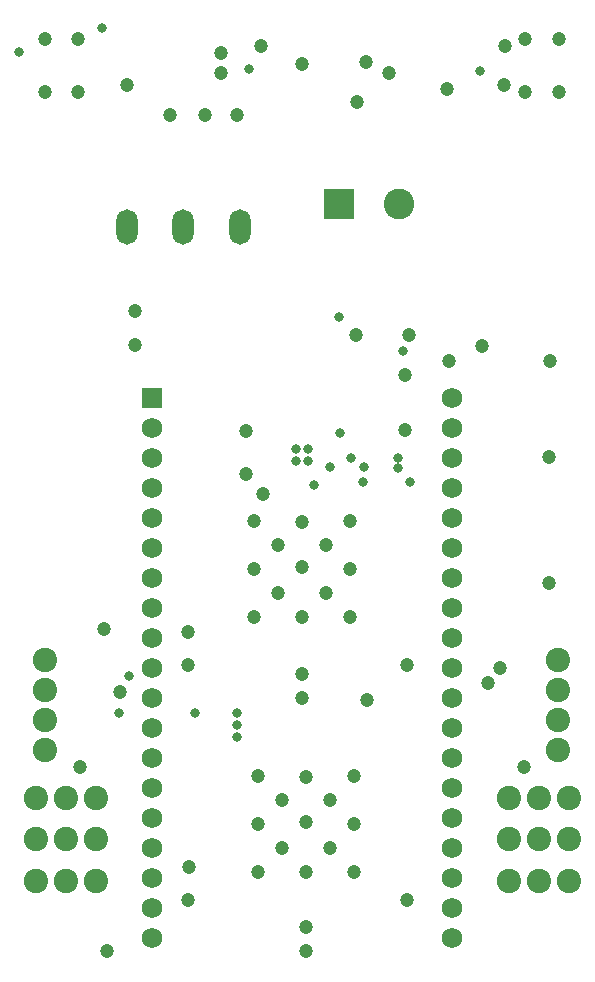
<source format=gbs>
G04*
G04 #@! TF.GenerationSoftware,Altium Limited,Altium Designer,24.9.1 (31)*
G04*
G04 Layer_Color=16711935*
%FSLAX44Y44*%
%MOMM*%
G71*
G04*
G04 #@! TF.SameCoordinates,04FD8115-AAF2-45E8-BBFE-61AFBE82ED08*
G04*
G04*
G04 #@! TF.FilePolarity,Negative*
G04*
G01*
G75*
%ADD71R,1.7332X1.7332*%
%ADD72C,1.7332*%
%ADD73O,1.8000X3.0000*%
%ADD74R,2.6032X2.6032*%
%ADD75C,2.6032*%
%ADD76C,2.0632*%
%ADD77C,1.2032*%
%ADD78C,0.8032*%
D71*
X123000Y528873D02*
D03*
D72*
Y503473D02*
D03*
Y478073D02*
D03*
Y452673D02*
D03*
Y427273D02*
D03*
Y401873D02*
D03*
Y376473D02*
D03*
Y351073D02*
D03*
Y325673D02*
D03*
Y300273D02*
D03*
Y274873D02*
D03*
Y249473D02*
D03*
Y224073D02*
D03*
Y198673D02*
D03*
Y173273D02*
D03*
Y147873D02*
D03*
Y122473D02*
D03*
Y97073D02*
D03*
Y71673D02*
D03*
X377000D02*
D03*
Y97073D02*
D03*
Y122473D02*
D03*
Y147873D02*
D03*
Y173273D02*
D03*
Y198673D02*
D03*
Y224073D02*
D03*
Y249473D02*
D03*
Y274873D02*
D03*
Y300273D02*
D03*
Y325673D02*
D03*
Y351073D02*
D03*
Y376473D02*
D03*
Y401873D02*
D03*
Y427273D02*
D03*
Y452673D02*
D03*
Y478073D02*
D03*
Y503473D02*
D03*
Y528873D02*
D03*
D73*
X197480Y673473D02*
D03*
X149480D02*
D03*
X101481D02*
D03*
D74*
X281560Y692523D02*
D03*
D75*
X331560D02*
D03*
D76*
X466620Y306573D02*
D03*
Y281173D02*
D03*
Y255773D02*
D03*
Y230373D02*
D03*
X32620D02*
D03*
Y255773D02*
D03*
Y281173D02*
D03*
Y306573D02*
D03*
X425000Y190000D02*
D03*
X450400D02*
D03*
X475800D02*
D03*
X425000Y120000D02*
D03*
X450400D02*
D03*
X475800D02*
D03*
X425000Y155000D02*
D03*
X450400D02*
D03*
X475800D02*
D03*
X75000Y190000D02*
D03*
X49600D02*
D03*
X24200D02*
D03*
X75000Y155000D02*
D03*
X49600D02*
D03*
X24200D02*
D03*
X75000Y120000D02*
D03*
X49600D02*
D03*
X24200D02*
D03*
D77*
X153897Y131291D02*
D03*
X153060Y330200D02*
D03*
X402590Y572770D02*
D03*
X250000Y811530D02*
D03*
X85000Y60000D02*
D03*
X437770Y215800D02*
D03*
X101600Y793299D02*
D03*
X422000Y826701D02*
D03*
X194564Y768096D02*
D03*
X167386D02*
D03*
X138176D02*
D03*
X421000Y793699D02*
D03*
X296418Y779018D02*
D03*
X304546Y272796D02*
D03*
X337312Y501650D02*
D03*
Y548386D02*
D03*
X60590Y787300D02*
D03*
X32590D02*
D03*
Y832300D02*
D03*
X60590D02*
D03*
X323850Y803910D02*
D03*
X181610D02*
D03*
Y820420D02*
D03*
X215000Y826716D02*
D03*
X439030Y832700D02*
D03*
X467030D02*
D03*
X439030Y787700D02*
D03*
X467030D02*
D03*
X253620Y80383D02*
D03*
Y60063D02*
D03*
X249810Y295013D02*
D03*
Y274693D02*
D03*
X295530Y582033D02*
D03*
X340638Y581929D02*
D03*
X459620Y559833D02*
D03*
X374620Y559828D02*
D03*
X61850Y215800D02*
D03*
X82170Y333113D02*
D03*
X96140Y279773D02*
D03*
X338820Y103243D02*
D03*
X153060D02*
D03*
Y302633D02*
D03*
X338820D02*
D03*
X417450Y300093D02*
D03*
X407290Y287393D02*
D03*
X459360Y371743D02*
D03*
X202820Y500753D02*
D03*
Y463923D02*
D03*
X216560Y447413D02*
D03*
X459360Y478263D02*
D03*
X304420Y813173D02*
D03*
X373000Y790313D02*
D03*
X209170Y424553D02*
D03*
X290450D02*
D03*
Y343273D02*
D03*
X209170D02*
D03*
X290450Y383913D02*
D03*
X209170D02*
D03*
X249814Y423526D02*
D03*
X249810Y343273D02*
D03*
Y385172D02*
D03*
X270130Y363593D02*
D03*
Y404233D02*
D03*
X229490Y363593D02*
D03*
Y404233D02*
D03*
X233300Y188333D02*
D03*
Y147693D02*
D03*
X273940Y188333D02*
D03*
Y147693D02*
D03*
X253620Y169272D02*
D03*
Y127373D02*
D03*
X253624Y207626D02*
D03*
X212980Y168013D02*
D03*
X294260D02*
D03*
X212980Y127373D02*
D03*
X294260D02*
D03*
Y208653D02*
D03*
X212980D02*
D03*
X108100Y573143D02*
D03*
Y602353D02*
D03*
D78*
X281940Y499110D02*
D03*
X10160Y821690D02*
D03*
X80140Y842140D02*
D03*
X400500Y805250D02*
D03*
X205000Y807183D02*
D03*
X273940Y470273D02*
D03*
X341350Y457483D02*
D03*
X331090Y469113D02*
D03*
X301880Y457573D02*
D03*
X302283Y469810D02*
D03*
X259620Y455383D02*
D03*
X281560Y597273D02*
D03*
X335498Y568446D02*
D03*
X254890Y475353D02*
D03*
X244730Y485513D02*
D03*
X254890D02*
D03*
X244730Y475353D02*
D03*
X331090Y477893D02*
D03*
X291720D02*
D03*
X94870Y261993D02*
D03*
X103592Y292933D02*
D03*
X195200Y261993D02*
D03*
X159640D02*
D03*
X195200Y241673D02*
D03*
Y251833D02*
D03*
M02*

</source>
